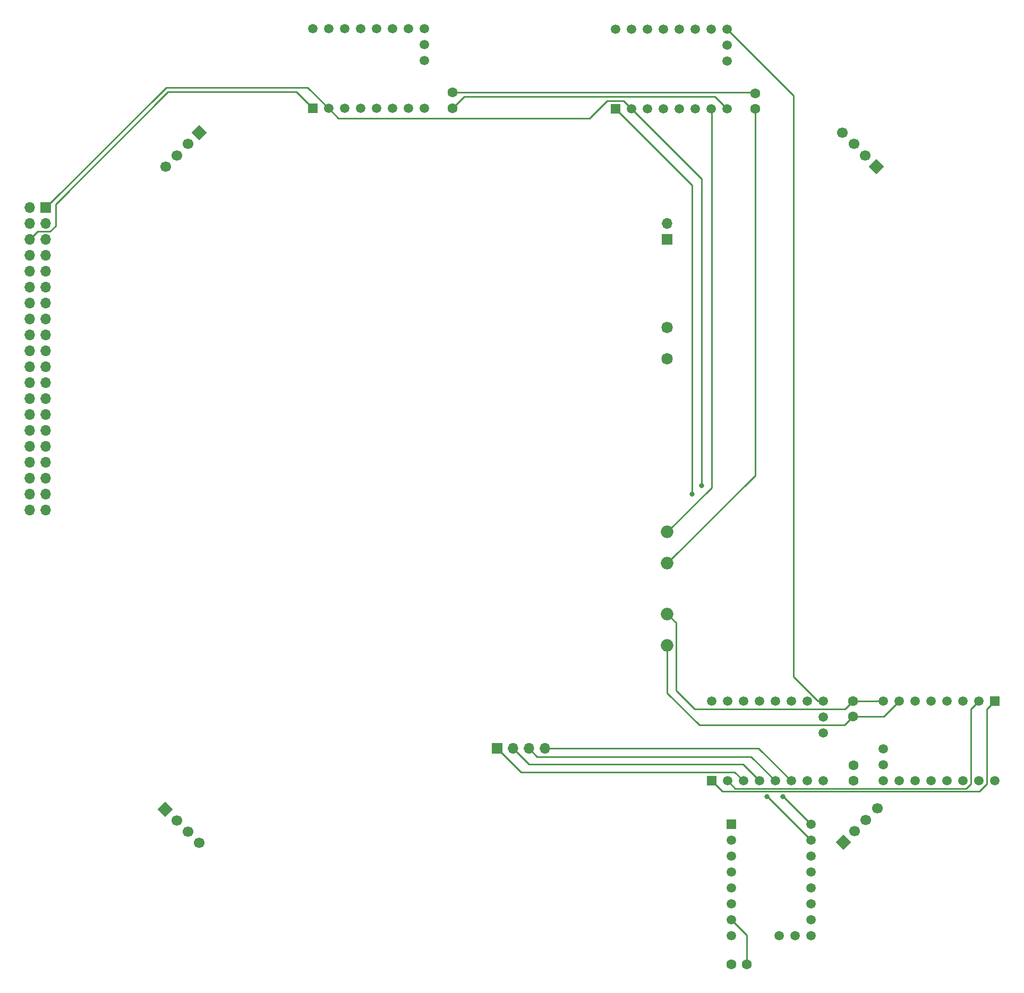
<source format=gbr>
%TF.GenerationSoftware,KiCad,Pcbnew,7.0.8*%
%TF.CreationDate,2023-11-07T13:43:57-08:00*%
%TF.ProjectId,Rubiks-Cube,52756269-6b73-42d4-9375-62652e6b6963,rev?*%
%TF.SameCoordinates,Original*%
%TF.FileFunction,Copper,L2,Bot*%
%TF.FilePolarity,Positive*%
%FSLAX46Y46*%
G04 Gerber Fmt 4.6, Leading zero omitted, Abs format (unit mm)*
G04 Created by KiCad (PCBNEW 7.0.8) date 2023-11-07 13:43:57*
%MOMM*%
%LPD*%
G01*
G04 APERTURE LIST*
G04 Aperture macros list*
%AMHorizOval*
0 Thick line with rounded ends*
0 $1 width*
0 $2 $3 position (X,Y) of the first rounded end (center of the circle)*
0 $4 $5 position (X,Y) of the second rounded end (center of the circle)*
0 Add line between two ends*
20,1,$1,$2,$3,$4,$5,0*
0 Add two circle primitives to create the rounded ends*
1,1,$1,$2,$3*
1,1,$1,$4,$5*%
%AMRotRect*
0 Rectangle, with rotation*
0 The origin of the aperture is its center*
0 $1 length*
0 $2 width*
0 $3 Rotation angle, in degrees counterclockwise*
0 Add horizontal line*
21,1,$1,$2,0,0,$3*%
G04 Aperture macros list end*
%TA.AperFunction,ComponentPad*%
%ADD10R,1.508000X1.508000*%
%TD*%
%TA.AperFunction,ComponentPad*%
%ADD11C,1.508000*%
%TD*%
%TA.AperFunction,ComponentPad*%
%ADD12RotRect,1.700000X1.700000X315.000000*%
%TD*%
%TA.AperFunction,ComponentPad*%
%ADD13HorizOval,1.700000X0.000000X0.000000X0.000000X0.000000X0*%
%TD*%
%TA.AperFunction,ComponentPad*%
%ADD14O,2.000000X2.000000*%
%TD*%
%TA.AperFunction,ComponentPad*%
%ADD15C,1.600000*%
%TD*%
%TA.AperFunction,ComponentPad*%
%ADD16R,1.700000X1.700000*%
%TD*%
%TA.AperFunction,ComponentPad*%
%ADD17O,1.700000X1.700000*%
%TD*%
%TA.AperFunction,ComponentPad*%
%ADD18RotRect,1.700000X1.700000X135.000000*%
%TD*%
%TA.AperFunction,ComponentPad*%
%ADD19HorizOval,1.700000X0.000000X0.000000X0.000000X0.000000X0*%
%TD*%
%TA.AperFunction,ComponentPad*%
%ADD20O,1.820000X1.840000*%
%TD*%
%TA.AperFunction,ComponentPad*%
%ADD21RotRect,1.700000X1.700000X225.000000*%
%TD*%
%TA.AperFunction,ComponentPad*%
%ADD22HorizOval,1.700000X0.000000X0.000000X0.000000X0.000000X0*%
%TD*%
%TA.AperFunction,ComponentPad*%
%ADD23HorizOval,1.700000X0.000000X0.000000X0.000000X0.000000X0*%
%TD*%
%TA.AperFunction,ComponentPad*%
%ADD24RotRect,1.700000X1.700000X45.000000*%
%TD*%
%TA.AperFunction,ViaPad*%
%ADD25C,0.800000*%
%TD*%
%TA.AperFunction,Conductor*%
%ADD26C,0.250000*%
%TD*%
G04 APERTURE END LIST*
D10*
%TO.P,U1,1,GND*%
%TO.N,/RPi_GND*%
X128940000Y-148630000D03*
D11*
%TO.P,U1,2,VIO*%
%TO.N,/RPi_3V3*%
X128940000Y-151170000D03*
%TO.P,U1,3,M1B*%
%TO.N,Net-(J1-Pin_1)*%
X128940000Y-153710000D03*
%TO.P,U1,4,M1A*%
%TO.N,Net-(J1-Pin_2)*%
X128940000Y-156250000D03*
%TO.P,U1,5,M2A*%
%TO.N,Net-(J1-Pin_3)*%
X128940000Y-158790000D03*
%TO.P,U1,6,M2B*%
%TO.N,Net-(J1-Pin_4)*%
X128940000Y-161330000D03*
%TO.P,U1,7,GND*%
%TO.N,/GND*%
X128940000Y-163870000D03*
%TO.P,U1,8,VM*%
%TO.N,/12V*%
X128940000Y-166410000D03*
%TO.P,U1,9,DIR*%
%TO.N,/F_dir*%
X141640000Y-148630000D03*
%TO.P,U1,10,STEP*%
%TO.N,/F_step*%
X141640000Y-151170000D03*
%TO.P,U1,11,PDN*%
%TO.N,unconnected-(U1-PDN-Pad11)*%
X141640000Y-153710000D03*
%TO.P,U1,12,UART*%
%TO.N,unconnected-(U1-UART-Pad12)*%
X141640000Y-156250000D03*
%TO.P,U1,13,SPRD*%
%TO.N,unconnected-(U1-SPRD-Pad13)*%
X141640000Y-158790000D03*
%TO.P,U1,14,MS2*%
%TO.N,unconnected-(U1-MS2-Pad14)*%
X141640000Y-161330000D03*
%TO.P,U1,15,MS1*%
%TO.N,unconnected-(U1-MS1-Pad15)*%
X141640000Y-163870000D03*
%TO.P,U1,16,~{EN}*%
%TO.N,/Enable*%
X141640000Y-166410000D03*
%TO.P,U1,17,INDEX*%
%TO.N,unconnected-(U1-INDEX-Pad17)*%
X136560000Y-166410000D03*
%TO.P,U1,18,DIAG*%
%TO.N,unconnected-(U1-DIAG-Pad18)*%
X139100000Y-166410000D03*
%TD*%
D12*
%TO.P,J4,1,Pin_1*%
%TO.N,Net-(J4-Pin_1)*%
X44137006Y-38322994D03*
D13*
%TO.P,J4,2,Pin_2*%
%TO.N,Net-(J4-Pin_2)*%
X42340955Y-40119045D03*
%TO.P,J4,3,Pin_3*%
%TO.N,Net-(J4-Pin_3)*%
X40544904Y-41915096D03*
%TO.P,J4,4,Pin_4*%
%TO.N,Net-(J4-Pin_4)*%
X38748852Y-43711148D03*
%TD*%
D14*
%TO.P,J6,1,Pin_1*%
%TO.N,/12V*%
X118710000Y-115070000D03*
%TO.P,J6,2,Pin_2*%
%TO.N,/GND*%
X118710000Y-120070000D03*
%TD*%
D15*
%TO.P,C4,1*%
%TO.N,/12V*%
X84530000Y-34390000D03*
%TO.P,C4,2*%
%TO.N,/GND*%
X84530000Y-31890000D03*
%TD*%
D16*
%TO.P,J10,1,Pin_1*%
%TO.N,/USB-C 5V*%
X118730000Y-55300000D03*
D17*
%TO.P,J10,2,Pin_2*%
%TO.N,/USB-C GND*%
X118730000Y-52760000D03*
%TD*%
D18*
%TO.P,J3,1,Pin_1*%
%TO.N,Net-(J3-Pin_1)*%
X146812994Y-151517006D03*
D19*
%TO.P,J3,2,Pin_2*%
%TO.N,Net-(J3-Pin_2)*%
X148609045Y-149720955D03*
%TO.P,J3,3,Pin_3*%
%TO.N,Net-(J3-Pin_3)*%
X150405096Y-147924904D03*
%TO.P,J3,4,Pin_4*%
%TO.N,Net-(J3-Pin_4)*%
X152201148Y-146128852D03*
%TD*%
D15*
%TO.P,C5,1*%
%TO.N,/12V*%
X148400000Y-141720000D03*
%TO.P,C5,2*%
%TO.N,/GND*%
X148400000Y-139220000D03*
%TD*%
%TO.P,C3,1*%
%TO.N,/12V*%
X148360000Y-128950000D03*
%TO.P,C3,2*%
%TO.N,/GND*%
X148360000Y-131450000D03*
%TD*%
D10*
%TO.P,U2,1,GND*%
%TO.N,/RPi_GND*%
X110450000Y-34480000D03*
D11*
%TO.P,U2,2,VIO*%
%TO.N,/RPi_3V3*%
X112990000Y-34480000D03*
%TO.P,U2,3,M1B*%
%TO.N,Net-(J2-Pin_1)*%
X115530000Y-34480000D03*
%TO.P,U2,4,M1A*%
%TO.N,Net-(J2-Pin_2)*%
X118070000Y-34480000D03*
%TO.P,U2,5,M2A*%
%TO.N,Net-(J2-Pin_3)*%
X120610000Y-34480000D03*
%TO.P,U2,6,M2B*%
%TO.N,Net-(J2-Pin_4)*%
X123150000Y-34480000D03*
%TO.P,U2,7,GND*%
%TO.N,/GND*%
X125690000Y-34480000D03*
%TO.P,U2,8,VM*%
%TO.N,/12V*%
X128230000Y-34480000D03*
%TO.P,U2,9,DIR*%
%TO.N,/B_dir*%
X110450000Y-21780000D03*
%TO.P,U2,10,STEP*%
%TO.N,/B_step*%
X112990000Y-21780000D03*
%TO.P,U2,11,PDN*%
%TO.N,unconnected-(U2-PDN-Pad11)*%
X115530000Y-21780000D03*
%TO.P,U2,12,UART*%
%TO.N,unconnected-(U2-UART-Pad12)*%
X118070000Y-21780000D03*
%TO.P,U2,13,SPRD*%
%TO.N,unconnected-(U2-SPRD-Pad13)*%
X120610000Y-21780000D03*
%TO.P,U2,14,MS2*%
%TO.N,unconnected-(U2-MS2-Pad14)*%
X123150000Y-21780000D03*
%TO.P,U2,15,MS1*%
%TO.N,unconnected-(U2-MS1-Pad15)*%
X125690000Y-21780000D03*
%TO.P,U2,16,~{EN}*%
%TO.N,/Enable*%
X128230000Y-21780000D03*
%TO.P,U2,17,INDEX*%
%TO.N,unconnected-(U2-INDEX-Pad17)*%
X128230000Y-26860000D03*
%TO.P,U2,18,DIAG*%
%TO.N,unconnected-(U2-DIAG-Pad18)*%
X128230000Y-24320000D03*
%TD*%
D15*
%TO.P,C2,1*%
%TO.N,/12V*%
X132730000Y-34500000D03*
%TO.P,C2,2*%
%TO.N,/GND*%
X132730000Y-32000000D03*
%TD*%
%TO.P,C1,1*%
%TO.N,/12V*%
X128910000Y-170980000D03*
%TO.P,C1,2*%
%TO.N,/GND*%
X131410000Y-170980000D03*
%TD*%
D10*
%TO.P,U3,1,GND*%
%TO.N,/RPi_GND*%
X170950000Y-128950000D03*
D11*
%TO.P,U3,2,VIO*%
%TO.N,/RPi_3V3*%
X168410000Y-128950000D03*
%TO.P,U3,3,M1B*%
%TO.N,Net-(J3-Pin_1)*%
X165870000Y-128950000D03*
%TO.P,U3,4,M1A*%
%TO.N,Net-(J3-Pin_2)*%
X163330000Y-128950000D03*
%TO.P,U3,5,M2A*%
%TO.N,Net-(J3-Pin_3)*%
X160790000Y-128950000D03*
%TO.P,U3,6,M2B*%
%TO.N,Net-(J3-Pin_4)*%
X158250000Y-128950000D03*
%TO.P,U3,7,GND*%
%TO.N,/GND*%
X155710000Y-128950000D03*
%TO.P,U3,8,VM*%
%TO.N,/12V*%
X153170000Y-128950000D03*
%TO.P,U3,9,DIR*%
%TO.N,/L_dir*%
X170950000Y-141650000D03*
%TO.P,U3,10,STEP*%
%TO.N,/L_step*%
X168410000Y-141650000D03*
%TO.P,U3,11,PDN*%
%TO.N,unconnected-(U3-PDN-Pad11)*%
X165870000Y-141650000D03*
%TO.P,U3,12,UART*%
%TO.N,unconnected-(U3-UART-Pad12)*%
X163330000Y-141650000D03*
%TO.P,U3,13,SPRD*%
%TO.N,unconnected-(U3-SPRD-Pad13)*%
X160790000Y-141650000D03*
%TO.P,U3,14,MS2*%
%TO.N,unconnected-(U3-MS2-Pad14)*%
X158250000Y-141650000D03*
%TO.P,U3,15,MS1*%
%TO.N,unconnected-(U3-MS1-Pad15)*%
X155710000Y-141650000D03*
%TO.P,U3,16,~{EN}*%
%TO.N,/Enable*%
X153170000Y-141650000D03*
%TO.P,U3,17,INDEX*%
%TO.N,unconnected-(U3-INDEX-Pad17)*%
X153170000Y-136570000D03*
%TO.P,U3,18,DIAG*%
%TO.N,unconnected-(U3-DIAG-Pad18)*%
X153170000Y-139110000D03*
%TD*%
D20*
%TO.P,J9,1,Pin_1*%
%TO.N,/USB-C 5V*%
X118730000Y-69410000D03*
%TO.P,J9,2,Pin_2*%
%TO.N,/USB-C GND*%
X118730000Y-74410000D03*
%TD*%
D21*
%TO.P,J2,1,Pin_1*%
%TO.N,Net-(J2-Pin_1)*%
X152067006Y-43717006D03*
D22*
%TO.P,J2,2,Pin_2*%
%TO.N,Net-(J2-Pin_2)*%
X150270955Y-41920955D03*
%TO.P,J2,3,Pin_3*%
%TO.N,Net-(J2-Pin_3)*%
X148474904Y-40124904D03*
%TO.P,J2,4,Pin_4*%
%TO.N,Net-(J2-Pin_4)*%
X146678852Y-38328852D03*
%TD*%
D10*
%TO.P,U5,1,GND*%
%TO.N,/RPi_GND*%
X125780000Y-141710000D03*
D11*
%TO.P,U5,2,VIO*%
%TO.N,/RPi_3V3*%
X128320000Y-141710000D03*
%TO.P,U5,3,M1B*%
%TO.N,Net-(J5-Pin_1)*%
X130860000Y-141710000D03*
%TO.P,U5,4,M1A*%
%TO.N,Net-(J5-Pin_2)*%
X133400000Y-141710000D03*
%TO.P,U5,5,M2A*%
%TO.N,Net-(J5-Pin_3)*%
X135940000Y-141710000D03*
%TO.P,U5,6,M2B*%
%TO.N,Net-(J5-Pin_4)*%
X138480000Y-141710000D03*
%TO.P,U5,7,GND*%
%TO.N,/GND*%
X141020000Y-141710000D03*
%TO.P,U5,8,VM*%
%TO.N,/12V*%
X143560000Y-141710000D03*
%TO.P,U5,9,DIR*%
%TO.N,/D_dir*%
X125780000Y-129010000D03*
%TO.P,U5,10,STEP*%
%TO.N,/D_step*%
X128320000Y-129010000D03*
%TO.P,U5,11,PDN*%
%TO.N,unconnected-(U5-PDN-Pad11)*%
X130860000Y-129010000D03*
%TO.P,U5,12,UART*%
%TO.N,unconnected-(U5-UART-Pad12)*%
X133400000Y-129010000D03*
%TO.P,U5,13,SPRD*%
%TO.N,unconnected-(U5-SPRD-Pad13)*%
X135940000Y-129010000D03*
%TO.P,U5,14,MS2*%
%TO.N,unconnected-(U5-MS2-Pad14)*%
X138480000Y-129010000D03*
%TO.P,U5,15,MS1*%
%TO.N,unconnected-(U5-MS1-Pad15)*%
X141020000Y-129010000D03*
%TO.P,U5,16,~{EN}*%
%TO.N,/Enable*%
X143560000Y-129010000D03*
%TO.P,U5,17,INDEX*%
%TO.N,unconnected-(U5-INDEX-Pad17)*%
X143560000Y-134090000D03*
%TO.P,U5,18,DIAG*%
%TO.N,unconnected-(U5-DIAG-Pad18)*%
X143560000Y-131550000D03*
%TD*%
D16*
%TO.P,J5,1,Pin_1*%
%TO.N,Net-(J5-Pin_1)*%
X91580000Y-136520000D03*
D17*
%TO.P,J5,2,Pin_2*%
%TO.N,Net-(J5-Pin_2)*%
X94120000Y-136520000D03*
%TO.P,J5,3,Pin_3*%
%TO.N,Net-(J5-Pin_3)*%
X96660000Y-136520000D03*
%TO.P,J5,4,Pin_4*%
%TO.N,Net-(J5-Pin_4)*%
X99200000Y-136520000D03*
%TD*%
D23*
%TO.P,J1,4,Pin_4*%
%TO.N,Net-(J1-Pin_4)*%
X44111148Y-151631148D03*
%TO.P,J1,3,Pin_3*%
%TO.N,Net-(J1-Pin_3)*%
X42315096Y-149835096D03*
%TO.P,J1,2,Pin_2*%
%TO.N,Net-(J1-Pin_2)*%
X40519045Y-148039045D03*
D24*
%TO.P,J1,1,Pin_1*%
%TO.N,Net-(J1-Pin_1)*%
X38722994Y-146242994D03*
%TD*%
D10*
%TO.P,U4,1,GND*%
%TO.N,/RPi_GND*%
X62190000Y-34390000D03*
D11*
%TO.P,U4,2,VIO*%
%TO.N,/RPi_3V3*%
X64730000Y-34390000D03*
%TO.P,U4,3,M1B*%
%TO.N,Net-(J4-Pin_1)*%
X67270000Y-34390000D03*
%TO.P,U4,4,M1A*%
%TO.N,Net-(J4-Pin_2)*%
X69810000Y-34390000D03*
%TO.P,U4,5,M2A*%
%TO.N,Net-(J4-Pin_3)*%
X72350000Y-34390000D03*
%TO.P,U4,6,M2B*%
%TO.N,Net-(J4-Pin_4)*%
X74890000Y-34390000D03*
%TO.P,U4,7,GND*%
%TO.N,/GND*%
X77430000Y-34390000D03*
%TO.P,U4,8,VM*%
%TO.N,/12V*%
X79970000Y-34390000D03*
%TO.P,U4,9,DIR*%
%TO.N,/R_dir*%
X62190000Y-21690000D03*
%TO.P,U4,10,STEP*%
%TO.N,/R_step*%
X64730000Y-21690000D03*
%TO.P,U4,11,PDN*%
%TO.N,unconnected-(U4-PDN-Pad11)*%
X67270000Y-21690000D03*
%TO.P,U4,12,UART*%
%TO.N,unconnected-(U4-UART-Pad12)*%
X69810000Y-21690000D03*
%TO.P,U4,13,SPRD*%
%TO.N,unconnected-(U4-SPRD-Pad13)*%
X72350000Y-21690000D03*
%TO.P,U4,14,MS2*%
%TO.N,unconnected-(U4-MS2-Pad14)*%
X74890000Y-21690000D03*
%TO.P,U4,15,MS1*%
%TO.N,unconnected-(U4-MS1-Pad15)*%
X77430000Y-21690000D03*
%TO.P,U4,16,~{EN}*%
%TO.N,/Enable*%
X79970000Y-21690000D03*
%TO.P,U4,17,INDEX*%
%TO.N,unconnected-(U4-INDEX-Pad17)*%
X79970000Y-26770000D03*
%TO.P,U4,18,DIAG*%
%TO.N,unconnected-(U4-DIAG-Pad18)*%
X79970000Y-24230000D03*
%TD*%
D16*
%TO.P,J8,1,Pin_1*%
%TO.N,/RPi_3V3*%
X19640000Y-50265236D03*
D17*
%TO.P,J8,2,Pin_2*%
%TO.N,unconnected-(J8-Pin_2-Pad2)*%
X17100000Y-50265236D03*
%TO.P,J8,3,Pin_3*%
%TO.N,unconnected-(J8-Pin_3-Pad3)*%
X19640000Y-52805236D03*
%TO.P,J8,4,Pin_4*%
%TO.N,unconnected-(J8-Pin_4-Pad4)*%
X17100000Y-52805236D03*
%TO.P,J8,5,Pin_5*%
%TO.N,unconnected-(J8-Pin_5-Pad5)*%
X19640000Y-55345236D03*
%TO.P,J8,6,Pin_6*%
%TO.N,/RPi_GND*%
X17100000Y-55345236D03*
%TO.P,J8,7,Pin_7*%
%TO.N,unconnected-(J8-Pin_7-Pad7)*%
X19640000Y-57885236D03*
%TO.P,J8,8,Pin_8*%
%TO.N,unconnected-(J8-Pin_8-Pad8)*%
X17100000Y-57885236D03*
%TO.P,J8,9,Pin_9*%
%TO.N,unconnected-(J8-Pin_9-Pad9)*%
X19640000Y-60425236D03*
%TO.P,J8,10,Pin_10*%
%TO.N,unconnected-(J8-Pin_10-Pad10)*%
X17100000Y-60425236D03*
%TO.P,J8,11,Pin_11*%
%TO.N,/R_dir*%
X19640000Y-62965236D03*
%TO.P,J8,12,Pin_12*%
%TO.N,unconnected-(J8-Pin_12-Pad12)*%
X17100000Y-62965236D03*
%TO.P,J8,13,Pin_13*%
%TO.N,/R_step*%
X19640000Y-65505236D03*
%TO.P,J8,14,Pin_14*%
%TO.N,unconnected-(J8-Pin_14-Pad14)*%
X17100000Y-65505236D03*
%TO.P,J8,15,Pin_15*%
%TO.N,/B_step*%
X19640000Y-68045236D03*
%TO.P,J8,16,Pin_16*%
%TO.N,/B_dir*%
X17100000Y-68045236D03*
%TO.P,J8,17,Pin_17*%
%TO.N,unconnected-(J8-Pin_17-Pad17)*%
X19640000Y-70585236D03*
%TO.P,J8,18,Pin_18*%
%TO.N,/L_dir*%
X17100000Y-70585236D03*
%TO.P,J8,19,Pin_19*%
%TO.N,unconnected-(J8-Pin_19-Pad19)*%
X19640000Y-73125236D03*
%TO.P,J8,20,Pin_20*%
%TO.N,unconnected-(J8-Pin_20-Pad20)*%
X17100000Y-73125236D03*
%TO.P,J8,21,Pin_21*%
%TO.N,unconnected-(J8-Pin_21-Pad21)*%
X19640000Y-75665236D03*
%TO.P,J8,22,Pin_22*%
%TO.N,/L_step*%
X17100000Y-75665236D03*
%TO.P,J8,23,Pin_23*%
%TO.N,unconnected-(J8-Pin_23-Pad23)*%
X19640000Y-78205236D03*
%TO.P,J8,24,Pin_24*%
%TO.N,unconnected-(J8-Pin_24-Pad24)*%
X17100000Y-78205236D03*
%TO.P,J8,25,Pin_25*%
%TO.N,unconnected-(J8-Pin_25-Pad25)*%
X19640000Y-80745236D03*
%TO.P,J8,26,Pin_26*%
%TO.N,unconnected-(J8-Pin_26-Pad26)*%
X17100000Y-80745236D03*
%TO.P,J8,27,Pin_27*%
%TO.N,unconnected-(J8-Pin_27-Pad27)*%
X19640000Y-83285236D03*
%TO.P,J8,28,Pin_28*%
%TO.N,unconnected-(J8-Pin_28-Pad28)*%
X17100000Y-83285236D03*
%TO.P,J8,29,Pin_29*%
%TO.N,/F_dir*%
X19640000Y-85825236D03*
%TO.P,J8,30,Pin_30*%
%TO.N,unconnected-(J8-Pin_30-Pad30)*%
X17100000Y-85825236D03*
%TO.P,J8,31,Pin_31*%
%TO.N,/F_step*%
X19640000Y-88365236D03*
%TO.P,J8,32,Pin_32*%
%TO.N,unconnected-(J8-Pin_32-Pad32)*%
X17100000Y-88365236D03*
%TO.P,J8,33,Pin_33*%
%TO.N,unconnected-(J8-Pin_33-Pad33)*%
X19640000Y-90905236D03*
%TO.P,J8,34,Pin_34*%
%TO.N,unconnected-(J8-Pin_34-Pad34)*%
X17100000Y-90905236D03*
%TO.P,J8,35,Pin_35*%
%TO.N,unconnected-(J8-Pin_35-Pad35)*%
X19640000Y-93445236D03*
%TO.P,J8,36,Pin_36*%
%TO.N,/D_step*%
X17100000Y-93445236D03*
%TO.P,J8,37,Pin_37*%
%TO.N,/D_dir*%
X19640000Y-95985236D03*
%TO.P,J8,38,Pin_38*%
%TO.N,unconnected-(J8-Pin_38-Pad38)*%
X17100000Y-95985236D03*
%TO.P,J8,39,Pin_39*%
%TO.N,unconnected-(J8-Pin_39-Pad39)*%
X19640000Y-98525236D03*
%TO.P,J8,40,Pin_40*%
%TO.N,/Enable*%
X17100000Y-98525236D03*
%TD*%
D14*
%TO.P,J7,1,Pin_1*%
%TO.N,/12V*%
X118720000Y-106970000D03*
%TO.P,J7,2,Pin_2*%
%TO.N,/GND*%
X118720000Y-101970000D03*
%TD*%
D25*
%TO.N,/F_dir*%
X137200000Y-144200000D03*
%TO.N,/F_step*%
X134640000Y-144200000D03*
%TO.N,/RPi_GND*%
X122660000Y-95950000D03*
%TO.N,/RPi_3V3*%
X124220000Y-94600000D03*
%TD*%
D26*
%TO.N,/Enable*%
X138820000Y-125050000D02*
X138820000Y-32370000D01*
X142780000Y-129010000D02*
X138820000Y-125050000D01*
X138820000Y-32370000D02*
X128230000Y-21780000D01*
X143560000Y-129010000D02*
X142780000Y-129010000D01*
%TO.N,/F_dir*%
X137320000Y-144300000D02*
X137310000Y-144300000D01*
X137310000Y-144300000D02*
X137290000Y-144280000D01*
X137320000Y-144310000D02*
X137320000Y-144300000D01*
X141640000Y-148630000D02*
X137320000Y-144310000D01*
%TO.N,/F_step*%
X134720000Y-144250000D02*
X134760000Y-144250000D01*
X134640000Y-144200000D02*
X134660000Y-144250000D01*
X134660000Y-144250000D02*
X134710000Y-144250000D01*
X141640000Y-151170000D02*
X134720000Y-144250000D01*
X134760000Y-144250000D02*
X134640000Y-144200000D01*
%TO.N,/RPi_GND*%
X170950000Y-128950000D02*
X169670000Y-130230000D01*
X168460000Y-143410000D02*
X127480000Y-143410000D01*
X21220000Y-49730000D02*
X39160000Y-31790000D01*
X169670000Y-142200000D02*
X168460000Y-143410000D01*
X21220000Y-53220000D02*
X21220000Y-49730000D01*
X39160000Y-31790000D02*
X59590000Y-31790000D01*
X18365236Y-54080000D02*
X20360000Y-54080000D01*
X20360000Y-54080000D02*
X21220000Y-53220000D01*
X59590000Y-31790000D02*
X62190000Y-34390000D01*
X110450000Y-34480000D02*
X122660000Y-46690000D01*
X17100000Y-55345236D02*
X18365236Y-54080000D01*
X127480000Y-143410000D02*
X125780000Y-141710000D01*
X169670000Y-130230000D02*
X169670000Y-142200000D01*
X122660000Y-46690000D02*
X122660000Y-95950000D01*
%TO.N,/RPi_3V3*%
X66320000Y-35980000D02*
X64730000Y-34390000D01*
X112990000Y-34480000D02*
X111720000Y-33210000D01*
X19640000Y-50265236D02*
X38835236Y-31070000D01*
X111720000Y-33210000D02*
X109130000Y-33210000D01*
X106360000Y-35980000D02*
X66320000Y-35980000D01*
X109130000Y-33210000D02*
X106360000Y-35980000D01*
X129570000Y-142960000D02*
X128320000Y-141710000D01*
X167130000Y-142180000D02*
X166350000Y-142960000D01*
X167130000Y-130230000D02*
X167130000Y-142180000D01*
X166350000Y-142960000D02*
X129570000Y-142960000D01*
X168410000Y-128950000D02*
X167130000Y-130230000D01*
X124220000Y-94600000D02*
X124220000Y-45710000D01*
X61410000Y-31070000D02*
X64730000Y-34390000D01*
X38835236Y-31070000D02*
X61410000Y-31070000D01*
X124220000Y-45710000D02*
X112990000Y-34480000D01*
%TO.N,/GND*%
X125690000Y-34480000D02*
X125780000Y-34570000D01*
X125780000Y-94910000D02*
X118720000Y-101970000D01*
X132620000Y-31890000D02*
X132730000Y-32000000D01*
X153210000Y-131450000D02*
X155710000Y-128950000D01*
X118710000Y-127710000D02*
X118710000Y-120070000D01*
X131410000Y-170980000D02*
X131410000Y-166340000D01*
X146980000Y-132830000D02*
X123830000Y-132830000D01*
X131410000Y-166340000D02*
X128940000Y-163870000D01*
X84640000Y-32000000D02*
X84530000Y-31890000D01*
X148360000Y-131450000D02*
X153210000Y-131450000D01*
X123830000Y-132830000D02*
X118710000Y-127710000D01*
X148360000Y-131450000D02*
X146980000Y-132830000D01*
X125780000Y-34570000D02*
X125780000Y-94910000D01*
X84530000Y-31890000D02*
X132620000Y-31890000D01*
%TO.N,/12V*%
X147030000Y-130280000D02*
X123140000Y-130280000D01*
X120110000Y-116470000D02*
X118710000Y-115070000D01*
X118720000Y-106970000D02*
X132730000Y-92960000D01*
X86360000Y-32560000D02*
X84530000Y-34390000D01*
X148360000Y-128950000D02*
X147030000Y-130280000D01*
X126310000Y-32560000D02*
X86360000Y-32560000D01*
X128230000Y-34480000D02*
X126310000Y-32560000D01*
X132730000Y-92960000D02*
X132730000Y-34500000D01*
X123140000Y-130280000D02*
X120110000Y-127250000D01*
X148360000Y-128950000D02*
X153170000Y-128950000D01*
X120110000Y-127250000D02*
X120110000Y-116470000D01*
%TO.N,Net-(J5-Pin_1)*%
X129470000Y-140320000D02*
X130860000Y-141710000D01*
X91580000Y-136520000D02*
X95380000Y-140320000D01*
X95380000Y-140320000D02*
X129470000Y-140320000D01*
%TO.N,Net-(J5-Pin_2)*%
X130790000Y-139100000D02*
X133400000Y-141710000D01*
X94120000Y-136520000D02*
X96700000Y-139100000D01*
X96700000Y-139100000D02*
X130790000Y-139100000D01*
%TO.N,Net-(J5-Pin_3)*%
X97980000Y-137840000D02*
X132070000Y-137840000D01*
X132070000Y-137840000D02*
X135940000Y-141710000D01*
X96660000Y-136520000D02*
X97980000Y-137840000D01*
%TO.N,Net-(J5-Pin_4)*%
X133290000Y-136520000D02*
X138480000Y-141710000D01*
X99200000Y-136520000D02*
X133290000Y-136520000D01*
%TD*%
M02*

</source>
